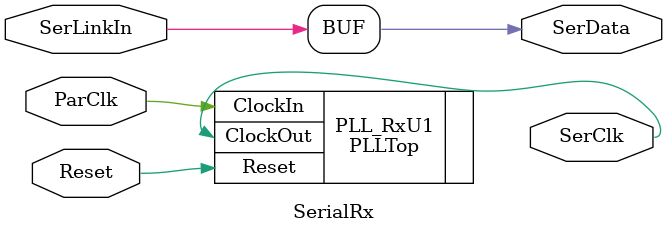
<source format=v>
module SerialRx
       ( output SerClk, SerData , input SerLinkIn, ParClk, Reset );
//
assign SerData = SerLinkIn;
//
PLLTop PLL_RxU1 ( .ClockOut(SerClk), .ClockIn(ParClk), .Reset(Reset) );
//
endmodule // SerialRx.
//

</source>
